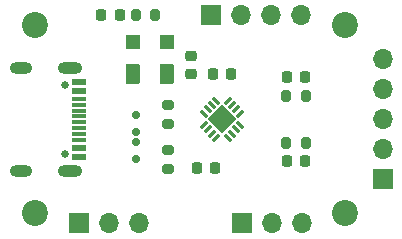
<source format=gts>
%TF.GenerationSoftware,KiCad,Pcbnew,8.0.7-5-g6f92c4cccf*%
%TF.CreationDate,2025-01-08T11:04:30+08:00*%
%TF.ProjectId,UINIO-USB-UART-CH343,55494e49-4f2d-4555-9342-2d554152542d,Version 5.0.0*%
%TF.SameCoordinates,PX8be9df0PY5020b20*%
%TF.FileFunction,Soldermask,Top*%
%TF.FilePolarity,Negative*%
%FSLAX46Y46*%
G04 Gerber Fmt 4.6, Leading zero omitted, Abs format (unit mm)*
G04 Created by KiCad (PCBNEW 8.0.7-5-g6f92c4cccf) date 2025-01-08 11:04:30*
%MOMM*%
%LPD*%
G01*
G04 APERTURE LIST*
G04 Aperture macros list*
%AMRoundRect*
0 Rectangle with rounded corners*
0 $1 Rounding radius*
0 $2 $3 $4 $5 $6 $7 $8 $9 X,Y pos of 4 corners*
0 Add a 4 corners polygon primitive as box body*
4,1,4,$2,$3,$4,$5,$6,$7,$8,$9,$2,$3,0*
0 Add four circle primitives for the rounded corners*
1,1,$1+$1,$2,$3*
1,1,$1+$1,$4,$5*
1,1,$1+$1,$6,$7*
1,1,$1+$1,$8,$9*
0 Add four rect primitives between the rounded corners*
20,1,$1+$1,$2,$3,$4,$5,0*
20,1,$1+$1,$4,$5,$6,$7,0*
20,1,$1+$1,$6,$7,$8,$9,0*
20,1,$1+$1,$8,$9,$2,$3,0*%
%AMRotRect*
0 Rectangle, with rotation*
0 The origin of the aperture is its center*
0 $1 length*
0 $2 width*
0 $3 Rotation angle, in degrees counterclockwise*
0 Add horizontal line*
21,1,$1,$2,0,0,$3*%
G04 Aperture macros list end*
%ADD10R,1.700000X1.700000*%
%ADD11O,1.700000X1.700000*%
%ADD12C,2.200000*%
%ADD13RoundRect,0.150000X0.200000X-0.150000X0.200000X0.150000X-0.200000X0.150000X-0.200000X-0.150000X0*%
%ADD14R,1.200000X1.200000*%
%ADD15RoundRect,0.200000X0.275000X-0.200000X0.275000X0.200000X-0.275000X0.200000X-0.275000X-0.200000X0*%
%ADD16RoundRect,0.200000X-0.200000X-0.275000X0.200000X-0.275000X0.200000X0.275000X-0.200000X0.275000X0*%
%ADD17RoundRect,0.250000X-0.375000X-0.625000X0.375000X-0.625000X0.375000X0.625000X-0.375000X0.625000X0*%
%ADD18RoundRect,0.200000X-0.275000X0.200000X-0.275000X-0.200000X0.275000X-0.200000X0.275000X0.200000X0*%
%ADD19RoundRect,0.150000X-0.200000X0.150000X-0.200000X-0.150000X0.200000X-0.150000X0.200000X0.150000X0*%
%ADD20RoundRect,0.218750X0.218750X0.256250X-0.218750X0.256250X-0.218750X-0.256250X0.218750X-0.256250X0*%
%ADD21RoundRect,0.225000X0.225000X0.250000X-0.225000X0.250000X-0.225000X-0.250000X0.225000X-0.250000X0*%
%ADD22C,0.650000*%
%ADD23O,2.100000X1.000000*%
%ADD24O,1.900000X1.000000*%
%ADD25R,1.150000X0.600000*%
%ADD26R,1.150000X0.300000*%
%ADD27RoundRect,0.218750X-0.218750X-0.256250X0.218750X-0.256250X0.218750X0.256250X-0.218750X0.256250X0*%
%ADD28RoundRect,0.225000X-0.250000X0.225000X-0.250000X-0.225000X0.250000X-0.225000X0.250000X0.225000X0*%
%ADD29RotRect,0.250000X0.750000X135.000000*%
%ADD30RotRect,0.750000X0.250000X135.000000*%
%ADD31RotRect,1.700000X1.700000X135.000000*%
G04 APERTURE END LIST*
D10*
%TO.C,J7*%
X3361320Y-18940000D03*
D11*
X5901320Y-18940000D03*
X8441320Y-18940000D03*
%TD*%
D12*
%TO.C,HOLE\u002A\u002A*%
X-360000Y-2190000D03*
%TD*%
D13*
%TO.C,D4*%
X8150000Y-9800000D03*
X8150000Y-11200000D03*
%TD*%
D14*
%TO.C,D2*%
X7970000Y-3620000D03*
X10770000Y-3620000D03*
%TD*%
D12*
%TO.C,HOLE\u002A\u002A*%
X-360000Y-18110000D03*
%TD*%
D15*
%TO.C,R9*%
X10920000Y-10550000D03*
X10920000Y-8900000D03*
%TD*%
D16*
%TO.C,R6*%
X20912500Y-12140000D03*
X22562500Y-12140000D03*
%TD*%
D17*
%TO.C,F1*%
X7970000Y-6300000D03*
X10770000Y-6300000D03*
%TD*%
D16*
%TO.C,R5*%
X20912500Y-8130000D03*
X22562500Y-8130000D03*
%TD*%
D18*
%TO.C,R10*%
X10920000Y-12710000D03*
X10920000Y-14360000D03*
%TD*%
D19*
%TO.C,D3*%
X8150000Y-13460000D03*
X8150000Y-12060000D03*
%TD*%
D16*
%TO.C,R1*%
X8147500Y-1330000D03*
X9797500Y-1330000D03*
%TD*%
D20*
%TO.C,D5*%
X22525000Y-6580000D03*
X20950000Y-6580000D03*
%TD*%
D21*
%TO.C,C5*%
X14900000Y-14269000D03*
X13350000Y-14269000D03*
%TD*%
%TO.C,C7*%
X16240000Y-6280000D03*
X14690000Y-6280000D03*
%TD*%
D22*
%TO.C,USB1*%
X2131320Y-7260000D03*
X2131320Y-13040000D03*
D23*
X2631320Y-5825000D03*
X2631320Y-14475000D03*
D24*
X-1568680Y-5825000D03*
X-1568680Y-14475000D03*
D25*
X3393320Y-6950000D03*
X3393320Y-7750000D03*
D26*
X3393320Y-8900000D03*
X3393320Y-9900000D03*
X3393320Y-10400000D03*
X3393320Y-11400000D03*
D25*
X3393320Y-13350000D03*
X3393320Y-12550000D03*
D26*
X3393320Y-11900000D03*
X3393320Y-10900000D03*
X3393320Y-9400000D03*
X3393320Y-8400000D03*
%TD*%
D10*
%TO.C,J5*%
X29060000Y-15225000D03*
D11*
X29060000Y-12685000D03*
X29060000Y-10145000D03*
X29060000Y-7605000D03*
X29060000Y-5065000D03*
%TD*%
D12*
%TO.C,HOLE\u002A\u002A*%
X25840000Y-18110000D03*
%TD*%
D27*
%TO.C,D1*%
X5222500Y-1330000D03*
X6797500Y-1330000D03*
%TD*%
D20*
%TO.C,D6*%
X22525000Y-13690000D03*
X20950000Y-13690000D03*
%TD*%
D28*
%TO.C,C6*%
X12830000Y-4755000D03*
X12830000Y-6305000D03*
%TD*%
D12*
%TO.C,HOLE\u002A\u002A*%
X25840000Y-2190000D03*
%TD*%
D29*
%TO.C,U2*%
X17022721Y-9653611D03*
X16669874Y-9300765D03*
X16315614Y-8946504D03*
X15962768Y-8593658D03*
D30*
X14973525Y-8594365D03*
X14619972Y-8947918D03*
X14266418Y-9301472D03*
X13912865Y-9655025D03*
D29*
X13912865Y-10644975D03*
X14266418Y-10998528D03*
X14619972Y-11352082D03*
X14972818Y-11704928D03*
D30*
X15963475Y-11705635D03*
X16317028Y-11352082D03*
X16670582Y-10998528D03*
X17024135Y-10644975D03*
D31*
X15468500Y-10150000D03*
%TD*%
D10*
%TO.C,J4*%
X17120000Y-18940000D03*
D11*
X19660000Y-18940000D03*
X22200000Y-18940000D03*
%TD*%
D10*
%TO.C,J6*%
X14570000Y-1330000D03*
D11*
X17110000Y-1330000D03*
X19650000Y-1330000D03*
X22190000Y-1330000D03*
%TD*%
M02*

</source>
